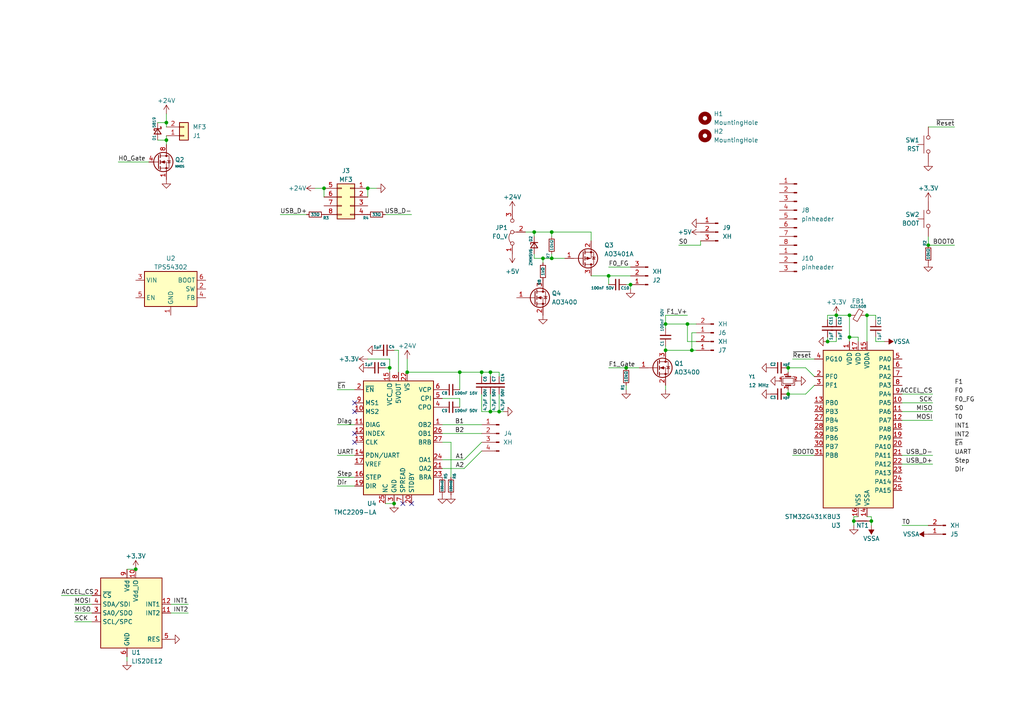
<source format=kicad_sch>
(kicad_sch (version 20230121) (generator eeschema)
  (paper "A4")
  (lib_symbols
    (symbol "Connector:Conn_01x02_Pin" (pin_names (offset 1.016) hide)
      (property "Reference" "J" (at 0 2.54 0))
      (property "Value" "Conn_01x02_Pin" (at 0 -5.08 0))
      (symbol "Conn_01x02_Pin_1_1"
        (pin passive line (at 5.08 0 180) (length 3.81) (name "Pin_1") (number "1"))
        (pin passive line (at 5.08 -2.54 180) (length 3.81) (name "Pin_2") (number "2"))
      )
    )
    (symbol "Connector:Conn_01x03_Pin" (pin_names (offset 1.016) hide)
      (property "Reference" "J" (at 0 5.08 0))
      (property "Value" "Conn_01x03_Pin" (at 0 -5.08 0))
      (symbol "Conn_01x03_Pin_1_1"
        (pin passive line (at 5.08 2.54 180) (length 3.81) (name "Pin_1") (number "1"))
        (pin passive line (at 5.08 0 180) (length 3.81) (name "Pin_2") (number "2"))
        (pin passive line (at 5.08 -2.54 180) (length 3.81) (name "Pin_3") (number "3"))
      )
    )
    (symbol "Connector:Conn_01x04_Pin" (pin_names (offset 1.016) hide)
      (property "Reference" "J" (at 0 5.08 0))
      (property "Value" "Conn_01x04_Pin" (at 0 -7.62 0))
      (symbol "Conn_01x04_Pin_1_1"
        (pin passive line (at 5.08 2.54 180) (length 3.81) (name "Pin_1") (number "1"))
        (pin passive line (at 5.08 0 180) (length 3.81) (name "Pin_2") (number "2"))
        (pin passive line (at 5.08 -2.54 180) (length 3.81) (name "Pin_3") (number "3"))
        (pin passive line (at 5.08 -5.08 180) (length 3.81) (name "Pin_4") (number "4"))
      )
    )
    (symbol "Connector:Conn_01x08_Pin" (pin_names (offset 1.016) hide)
      (property "Reference" "J" (at 0 10.16 0))
      (property "Value" "Conn_01x08_Pin" (at 0 -12.7 0))
      (symbol "Conn_01x08_Pin_1_1"
        (pin passive line (at 5.08 7.62 180) (length 3.81) (name "Pin_1") (number "1"))
        (pin passive line (at 5.08 5.08 180) (length 3.81) (name "Pin_2") (number "2"))
        (pin passive line (at 5.08 2.54 180) (length 3.81) (name "Pin_3") (number "3"))
        (pin passive line (at 5.08 0 180) (length 3.81) (name "Pin_4") (number "4"))
        (pin passive line (at 5.08 -2.54 180) (length 3.81) (name "Pin_5") (number "5"))
        (pin passive line (at 5.08 -5.08 180) (length 3.81) (name "Pin_6") (number "6"))
        (pin passive line (at 5.08 -7.62 180) (length 3.81) (name "Pin_7") (number "7"))
        (pin passive line (at 5.08 -10.16 180) (length 3.81) (name "Pin_8") (number "8"))
      )
    )
    (symbol "Connector_Generic:Conn_01x02" (pin_names (offset 1.016) hide)
      (property "Reference" "J" (at 0 2.54 0))
      (property "Value" "Conn_01x02" (at 0 -5.08 0))
      (symbol "Conn_01x02_1_1"
        (pin passive line (at -5.08 0 0) (length 3.81) (name "Pin_1") (number "1"))
        (pin passive line (at -5.08 -2.54 0) (length 3.81) (name "Pin_2") (number "2"))
      )
    )
    (symbol "Connector_Generic:Conn_02x04_Top_Bottom" (pin_names (offset 1.016) hide)
      (property "Reference" "J" (at 1.27 5.08 0))
      (property "Value" "Conn_02x04_Top_Bottom" (at 1.27 -7.62 0))
      (symbol "Conn_02x04_Top_Bottom_1_1"
        (pin passive line (at -5.08 2.54 0) (length 3.81) (name "Pin_1") (number "1"))
        (pin passive line (at -5.08 0 0) (length 3.81) (name "Pin_2") (number "2"))
        (pin passive line (at -5.08 -2.54 0) (length 3.81) (name "Pin_3") (number "3"))
        (pin passive line (at -5.08 -5.08 0) (length 3.81) (name "Pin_4") (number "4"))
        (pin passive line (at 7.62 2.54 180) (length 3.81) (name "Pin_5") (number "5"))
        (pin passive line (at 7.62 0 180) (length 3.81) (name "Pin_6") (number "6"))
        (pin passive line (at 7.62 -2.54 180) (length 3.81) (name "Pin_7") (number "7"))
        (pin passive line (at 7.62 -5.08 180) (length 3.81) (name "Pin_8") (number "8"))
      )
    )
    (symbol "Device:C_Small" (pin_numbers hide) (pin_names (offset 0.254) hide)
      (property "Reference" "C" (at 0.254 1.778 0))
      (property "Value" "C_Small" (at 0.254 -2.032 0))
      (symbol "C_Small_1_1"
        (pin passive line (at 0 2.54 270) (length 2.032) (name "~") (number "1"))
        (pin passive line (at 0 -2.54 90) (length 2.032) (name "~") (number "2"))
      )
    )
    (symbol "Device:Crystal_GND24_Small" (pin_names (offset 1.016) hide)
      (property "Reference" "Y" (at 1.27 4.445 0))
      (property "Value" "Crystal_GND24_Small" (at 1.27 2.54 0))
      (symbol "Crystal_GND24_Small_1_1"
        (pin passive line (at -2.54 0 0) (length 1.27) (name "1") (number "1"))
        (pin passive line (at 0 -2.54 90) (length 0.635) (name "2") (number "2"))
        (pin passive line (at 2.54 0 180) (length 1.27) (name "3") (number "3"))
        (pin passive line (at 0 2.54 270) (length 0.635) (name "4") (number "4"))
      )
    )
    (symbol "Device:D_Schottky_Small" (pin_numbers hide) (pin_names (offset 0.254) hide)
      (property "Reference" "D" (at -1.27 2.032 0))
      (property "Value" "D_Schottky_Small" (at -7.112 -2.032 0))
      (symbol "D_Schottky_Small_1_1"
        (pin passive line (at -2.54 0 0) (length 1.778) (name "K") (number "1"))
        (pin passive line (at 2.54 0 180) (length 1.778) (name "A") (number "2"))
      )
    )
    (symbol "Device:D_Zener_Small" (pin_numbers hide) (pin_names (offset 0.254) hide)
      (property "Reference" "D" (at 0 2.286 0))
      (property "Value" "D_Zener_Small" (at 0 -2.286 0))
      (symbol "D_Zener_Small_1_1"
        (pin passive line (at -2.54 0 0) (length 1.778) (name "K") (number "1"))
        (pin passive line (at 2.54 0 180) (length 1.778) (name "A") (number "2"))
      )
    )
    (symbol "Device:FerriteBead_Small" (pin_numbers hide) (pin_names (offset 0))
      (property "Reference" "FB" (at 1.905 1.27 0))
      (property "Value" "FerriteBead_Small" (at 1.905 -1.27 0))
      (symbol "FerriteBead_Small_1_1"
        (pin passive line (at 0 2.54 270) (length 1.27) (name "~") (number "1"))
        (pin passive line (at 0 -2.54 90) (length 1.27) (name "~") (number "2"))
      )
    )
    (symbol "Device:NetTie_2" (pin_numbers hide) (pin_names (offset 0) hide) (in_bom no)
      (property "Reference" "NT" (at 0 1.27 0))
      (property "Value" "NetTie_2" (at 0 -1.27 0))
      (symbol "NetTie_2_1_1"
        (pin passive line (at -2.54 0 0) (length 2.54) (name "1") (number "1"))
        (pin passive line (at 2.54 0 180) (length 2.54) (name "2") (number "2"))
      )
    )
    (symbol "Device:Q_NMOS_GSD" (pin_names (offset 0) hide)
      (property "Reference" "Q" (at 5.08 1.27 0))
      (property "Value" "Q_NMOS_GSD" (at 5.08 -1.27 0))
      (symbol "Q_NMOS_GSD_1_1"
        (pin input line (at -5.08 0 0) (length 2.54) (name "G") (number "1"))
        (pin passive line (at 2.54 -5.08 90) (length 2.54) (name "S") (number "2"))
        (pin passive line (at 2.54 5.08 270) (length 2.54) (name "D") (number "3"))
      )
    )
    (symbol "Device:R_Small" (pin_numbers hide) (pin_names (offset 0.254) hide)
      (property "Reference" "R" (at 0.762 0.508 0))
      (property "Value" "R_Small" (at 0.762 -1.016 0))
      (symbol "R_Small_1_1"
        (pin passive line (at 0 2.54 270) (length 0.762) (name "~") (number "1"))
        (pin passive line (at 0 -2.54 90) (length 0.762) (name "~") (number "2"))
      )
    )
    (symbol "Jumper:Jumper_3_Bridged12" (pin_names (offset 0) hide)
      (property "Reference" "JP" (at -2.54 -2.54 0))
      (property "Value" "Jumper_3_Bridged12" (at 0 2.794 0))
      (symbol "Jumper_3_Bridged12_1_1"
        (pin passive line (at -6.35 0 0) (length 2.54) (name "A") (number "1"))
        (pin passive line (at 0 -3.81 90) (length 2.54) (name "C") (number "2"))
        (pin passive line (at 6.35 0 180) (length 2.54) (name "B") (number "3"))
      )
    )
    (symbol "MCU_ST_STM32G4:STM32G431KBUx"
      (property "Reference" "U" (at -10.16 24.13 0))
      (property "Value" "STM32G431KBUx" (at 5.08 24.13 0))
      (symbol "STM32G431KBUx_1_1"
        (pin power_in line (at -2.54 25.4 270) (length 2.54) (name "VDD") (number "1"))
        (pin bidirectional line (at 12.7 7.62 180) (length 2.54) (name "PA5") (number "10"))
        (pin bidirectional line (at 12.7 5.08 180) (length 2.54) (name "PA6") (number "11"))
        (pin bidirectional line (at 12.7 2.54 180) (length 2.54) (name "PA7") (number "12"))
        (pin bidirectional line (at -12.7 7.62 0) (length 2.54) (name "PB0") (number "13"))
        (pin power_in line (at 2.54 -25.4 90) (length 2.54) (name "VSSA") (number "14"))
        (pin power_in line (at 2.54 25.4 270) (length 2.54) (name "VDDA") (number "15"))
        (pin power_in line (at 0 -25.4 90) (length 2.54) (name "VSS") (number "16"))
        (pin power_in line (at 0 25.4 270) (length 2.54) (name "VDD") (number "17"))
        (pin bidirectional line (at 12.7 0 180) (length 2.54) (name "PA8") (number "18"))
        (pin bidirectional line (at 12.7 -2.54 180) (length 2.54) (name "PA9") (number "19"))
        (pin bidirectional line (at -12.7 15.24 0) (length 2.54) (name "PF0") (number "2"))
        (pin bidirectional line (at 12.7 -5.08 180) (length 2.54) (name "PA10") (number "20"))
        (pin bidirectional line (at 12.7 -7.62 180) (length 2.54) (name "PA11") (number "21"))
        (pin bidirectional line (at 12.7 -10.16 180) (length 2.54) (name "PA12") (number "22"))
        (pin bidirectional line (at 12.7 -12.7 180) (length 2.54) (name "PA13") (number "23"))
        (pin bidirectional line (at 12.7 -15.24 180) (length 2.54) (name "PA14") (number "24"))
        (pin bidirectional line (at 12.7 -17.78 180) (length 2.54) (name "PA15") (number "25"))
        (pin bidirectional line (at -12.7 5.08 0) (length 2.54) (name "PB3") (number "26"))
        (pin bidirectional line (at -12.7 2.54 0) (length 2.54) (name "PB4") (number "27"))
        (pin bidirectional line (at -12.7 0 0) (length 2.54) (name "PB5") (number "28"))
        (pin bidirectional line (at -12.7 -2.54 0) (length 2.54) (name "PB6") (number "29"))
        (pin bidirectional line (at -12.7 12.7 0) (length 2.54) (name "PF1") (number "3"))
        (pin bidirectional line (at -12.7 -5.08 0) (length 2.54) (name "PB7") (number "30"))
        (pin bidirectional line (at -12.7 -7.62 0) (length 2.54) (name "PB8") (number "31"))
        (pin passive line (at 0 -25.4 90) (length 2.54) hide (name "VSS") (number "32"))
        (pin passive line (at 0 -25.4 90) (length 2.54) hide (name "VSS") (number "33"))
        (pin bidirectional line (at -12.7 20.32 0) (length 2.54) (name "PG10") (number "4"))
        (pin bidirectional line (at 12.7 20.32 180) (length 2.54) (name "PA0") (number "5"))
        (pin bidirectional line (at 12.7 17.78 180) (length 2.54) (name "PA1") (number "6"))
        (pin bidirectional line (at 12.7 15.24 180) (length 2.54) (name "PA2") (number "7"))
        (pin bidirectional line (at 12.7 12.7 180) (length 2.54) (name "PA3") (number "8"))
        (pin bidirectional line (at 12.7 10.16 180) (length 2.54) (name "PA4") (number "9"))
      )
    )
    (symbol "Mechanical:MountingHole" (pin_names (offset 1.016))
      (property "Reference" "H" (at 0 5.08 0))
      (property "Value" "MountingHole" (at 0 3.175 0))
    )
    (symbol "Regulator_Switching:TPS54302"
      (property "Reference" "U" (at -7.62 6.35 0))
      (property "Value" "TPS54302" (at 0 6.35 0))
      (symbol "TPS54302_1_1"
        (pin power_in line (at 0 -7.62 90) (length 2.54) (name "GND") (number "1"))
        (pin power_out line (at 10.16 0 180) (length 2.54) (name "SW") (number "2"))
        (pin power_in line (at -10.16 2.54 0) (length 2.54) (name "VIN") (number "3"))
        (pin input line (at 10.16 -2.54 180) (length 2.54) (name "FB") (number "4"))
        (pin input line (at -10.16 -2.54 0) (length 2.54) (name "EN") (number "5"))
        (pin passive line (at 10.16 2.54 180) (length 2.54) (name "BOOT") (number "6"))
      )
    )
    (symbol "Sensor_Motion:LIS2DE12"
      (property "Reference" "U" (at -5.08 11.43 0))
      (property "Value" "LIS2DE12" (at 3.81 11.43 0))
      (symbol "LIS2DE12_1_1"
        (pin input line (at -10.16 -2.54 0) (length 2.54) (name "SCL/SPC") (number "1"))
        (pin power_in line (at 2.54 12.7 270) (length 2.54) (name "Vdd_IO") (number "10"))
        (pin output line (at 12.7 0 180) (length 2.54) (name "INT2") (number "11"))
        (pin output line (at 12.7 2.54 180) (length 2.54) (name "INT1") (number "12"))
        (pin input line (at -10.16 5.08 0) (length 2.54) (name "~{CS}") (number "2"))
        (pin bidirectional line (at -10.16 0 0) (length 2.54) (name "SA0/SDO") (number "3"))
        (pin bidirectional line (at -10.16 2.54 0) (length 2.54) (name "SDA/SDI") (number "4"))
        (pin passive line (at 12.7 -7.62 180) (length 2.54) (name "RES") (number "5"))
        (pin power_in line (at 0 -12.7 90) (length 2.54) (name "GND") (number "6"))
        (pin passive line (at 0 -12.7 90) (length 2.54) hide (name "GND") (number "7"))
        (pin passive line (at 0 -12.7 90) (length 2.54) hide (name "GND") (number "8"))
        (pin power_in line (at 0 12.7 270) (length 2.54) (name "Vdd") (number "9"))
      )
    )
    (symbol "Switch:SW_Push" (pin_numbers hide) (pin_names (offset 1.016) hide)
      (property "Reference" "SW" (at 1.27 2.54 0))
      (property "Value" "SW_Push" (at 0 -1.524 0))
      (symbol "SW_Push_0_1"
        (pin passive line (at -5.08 0 0) (length 2.54) (name "1") (number "1"))
        (pin passive line (at 5.08 0 180) (length 2.54) (name "2") (number "2"))
      )
    )
    (symbol "Transistor_FET:AO3401A" (pin_names hide)
      (property "Reference" "Q" (at 5.08 1.905 0))
      (property "Value" "AO3401A" (at 5.08 0 0))
      (symbol "AO3401A_1_1"
        (pin input line (at -5.08 0 0) (length 2.54) (name "G") (number "1"))
        (pin passive line (at 2.54 -5.08 90) (length 2.54) (name "S") (number "2"))
        (pin passive line (at 2.54 5.08 270) (length 2.54) (name "D") (number "3"))
      )
    )
    (symbol "corevus:NMOS_DFN8" (pin_names hide)
      (property "Reference" "Q" (at 3.81 0 0))
      (property "Value" "NMOS" (at 3.81 -1.27 0))
      (symbol "NMOS_DFN8_1_1"
        (pin unspecified line (at 1.27 -5.08 90) (length 2.54) (name "S") (number "1"))
        (pin unspecified line (at 1.27 -5.08 90) (length 2.54) hide (name "S") (number "2"))
        (pin unspecified line (at 1.27 -5.08 90) (length 2.54) hide (name "S") (number "3"))
        (pin unspecified line (at -3.81 0 0) (length 1.27) (name "G") (number "4"))
        (pin unspecified line (at 1.27 5.08 270) (length 2.54) hide (name "D") (number "5"))
        (pin unspecified line (at 1.27 5.08 270) (length 2.54) hide (name "D") (number "6"))
        (pin unspecified line (at 1.27 5.08 270) (length 2.54) hide (name "D") (number "7"))
        (pin unspecified line (at 1.27 5.08 270) (length 2.54) (name "D") (number "8"))
      )
    )
    (symbol "corevus:TMC2209-LA"
      (property "Reference" "U" (at -10.16 22.86 0))
      (property "Value" "TMC2209-LA" (at 6.35 -30.48 0))
      (symbol "TMC2209-LA_0_0"
        (pin power_out line (at 12.7 3.81 180) (length 2.54) (name "OB2") (number "1"))
        (pin input line (at -12.7 7.62 0) (length 2.54) (name "MS2") (number "10"))
        (pin power_in line (at 12.7 -8.89 180) (length 2.54) (name "OA2") (number "21"))
        (pin power_in line (at 2.54 19.05 270) (length 2.54) (name "VS") (number "22"))
        (pin power_in line (at 12.7 -11.43 180) (length 2.54) (name "BRA") (number "23"))
        (pin power_in line (at 12.7 -6.35 180) (length 2.54) (name "OA1") (number "24"))
        (pin power_in line (at 12.7 1.27 180) (length 2.54) (name "OB1") (number "26"))
        (pin power_in line (at 12.7 -1.27 180) (length 2.54) (name "BRB") (number "27"))
        (pin power_out line (at 12.7 8.89 180) (length 2.54) (name "CPO") (number "4"))
        (pin power_in line (at 12.7 11.43 180) (length 2.54) (name "CPI") (number "5"))
        (pin power_in line (at 12.7 13.97 180) (length 2.54) (name "VCP") (number "6"))
        (pin input line (at -12.7 10.16 0) (length 2.54) (name "MS1") (number "9"))
      )
      (symbol "TMC2209-LA_1_0"
        (pin output line (at -12.7 3.81 0) (length 2.54) (name "DIAG") (number "11"))
        (pin output line (at -12.7 1.27 0) (length 2.54) (name "INDEX") (number "12"))
        (pin input line (at -12.7 -1.27 0) (length 2.54) (name "CLK") (number "13"))
        (pin bidirectional line (at -12.7 -5.08 0) (length 2.54) (name "PDN/UART") (number "14"))
        (pin input line (at -2.54 19.05 270) (length 2.54) (name "VCC_IO") (number "15"))
        (pin input line (at -12.7 -11.43 0) (length 2.54) (name "STEP") (number "16"))
        (pin input line (at -12.7 -7.62 0) (length 2.54) (name "VREF") (number "17"))
        (pin power_in line (at -1.27 -19.05 90) (length 2.54) hide (name "Gnd") (number "18"))
        (pin input line (at -12.7 -13.97 0) (length 2.54) (name "DIR") (number "19"))
        (pin input line (at -12.7 13.97 0) (length 2.54) (name "~{EN}") (number "2"))
        (pin passive line (at 3.81 -19.05 90) (length 2.54) (name "STDBY") (number "20"))
        (pin passive line (at -3.81 -19.05 90) (length 2.54) (name "NC") (number "25"))
        (pin unspecified line (at 2.54 19.05 270) (length 2.54) hide (name "VS") (number "28"))
        (pin unspecified line (at -1.27 -19.05 90) (length 2.54) hide (name "Pad") (number "29"))
        (pin power_in line (at -1.27 -19.05 90) (length 2.54) (name "GND") (number "3"))
        (pin passive line (at 1.27 -19.05 90) (length 2.54) (name "SPREAD") (number "7"))
        (pin power_out line (at 0 19.05 270) (length 2.54) (name "5VOUT") (number "8"))
      )
    )
    (symbol "power:+24V" (power) (pin_names (offset 0))
      (property "Value" "+24V" (at 0 3.556 0))
      (symbol "+24V_1_1"
        (pin power_in line (at 0 0 90) (length 0) hide (name "+24V") (number "1"))
      )
    )
    (symbol "power:+3.3V" (power) (pin_names (offset 0))
      (property "Value" "+3.3V" (at 0 3.556 0))
      (symbol "+3.3V_1_1"
        (pin power_in line (at 0 0 90) (length 0) hide (name "+3.3V") (number "1"))
      )
    )
    (symbol "power:+5V" (power) (pin_names (offset 0))
      (property "Value" "+5V" (at 0 3.556 0))
      (symbol "+5V_1_1"
        (pin power_in line (at 0 0 90) (length 0) hide (name "+5V") (number "1"))
      )
    )
    (symbol "power:GND" (power) (pin_names (offset 0))
      (property "Value" "GND" (at 0 -3.81 0))
      (symbol "GND_1_1"
        (pin power_in line (at 0 0 270) (length 0) hide (name "GND") (number "1"))
      )
    )
    (symbol "power:VSSA" (power) (pin_names (offset 0))
      (property "Value" "VSSA" (at 0 3.81 0))
      (symbol "VSSA_1_1"
        (pin power_in line (at 0 0 90) (length 0) hide (name "VSSA") (number "1"))
      )
    )
  )
  (junction (at 118.11 107.95))
  (junction (at 106.68 54.61))
  (junction (at 144.78 119.38))
  (junction (at 193.04 93.98))
  (junction (at 181.61 106.68))
  (junction (at 114.3 146.05))
  (junction (at 251.46 91.44))
  (junction (at 199.39 93.98))
  (junction (at 113.03 106.68))
  (junction (at 247.65 151.13))
  (junction (at 182.88 82.55))
  (junction (at 142.24 107.95))
  (junction (at 200.66 101.6))
  (junction (at 193.04 101.6))
  (junction (at 133.35 107.95))
  (junction (at 228.6 106.68))
  (junction (at 246.38 91.44))
  (junction (at 142.24 119.38))
  (junction (at 252.73 151.13))
  (junction (at 246.38 97.79))
  (junction (at 160.02 74.93))
  (junction (at 176.53 80.01))
  (junction (at 48.26 40.64))
  (junction (at 269.24 71.12))
  (junction (at 228.6 114.3))
  (junction (at 154.94 67.31))
  (junction (at 160.02 67.31))
  (junction (at 93.98 54.61))
  (junction (at 139.7 107.95))
  (junction (at 39.37 165.1))
  (junction (at 240.03 99.06))
  (junction (at 242.57 91.44))
  (junction (at 48.26 35.56))
  (junction (at 157.48 74.93))
  (no_connect (at 119.38 146.05))
  (no_connect (at 102.87 128.27))
  (no_connect (at 116.84 146.05))
  (no_connect (at 102.87 119.38))
  (no_connect (at 102.87 116.84))
  (no_connect (at 102.87 125.73))
  (wire (pts (xy 242.57 97.79) (xy 242.57 99.06)))
  (wire (pts (xy 142.24 114.3) (xy 142.24 119.38)))
  (wire (pts (xy 154.94 74.93) (xy 157.48 74.93)))
  (wire (pts (xy 134.62 133.35) (xy 128.27 133.35)))
  (wire (pts (xy 240.03 99.06) (xy 242.57 99.06)))
  (wire (pts (xy 45.72 35.56) (xy 48.26 35.56)))
  (wire (pts (xy 118.11 107.95) (xy 133.35 107.95)))
  (wire (pts (xy 247.65 151.13) (xy 247.65 149.86)))
  (wire (pts (xy 176.53 80.01) (xy 182.88 80.01)))
  (wire (pts (xy 48.26 40.64) (xy 48.26 39.37)))
  (wire (pts (xy 269.24 36.83) (xy 276.86 36.83)))
  (wire (pts (xy 36.83 191.77) (xy 36.83 190.5)))
  (wire (pts (xy 193.04 101.6) (xy 200.66 101.6)))
  (wire (pts (xy 254 99.06) (xy 256.54 99.06)))
  (wire (pts (xy 118.11 104.14) (xy 118.11 107.95)))
  (wire (pts (xy 247.65 149.86) (xy 248.92 149.86)))
  (wire (pts (xy 93.98 54.61) (xy 91.44 54.61)))
  (wire (pts (xy 48.26 33.02) (xy 48.26 35.56)))
  (wire (pts (xy 154.94 67.31) (xy 154.94 68.58)))
  (wire (pts (xy 270.51 121.92) (xy 261.62 121.92)))
  (wire (pts (xy 142.24 107.95) (xy 142.24 109.22)))
  (wire (pts (xy 54.61 177.8) (xy 49.53 177.8)))
  (wire (pts (xy 246.38 97.79) (xy 246.38 99.06)))
  (wire (pts (xy 97.79 123.19) (xy 102.87 123.19)))
  (wire (pts (xy 171.45 67.31) (xy 171.45 69.85)))
  (wire (pts (xy 242.57 91.44) (xy 242.57 92.71)))
  (wire (pts (xy 81.28 62.23) (xy 88.9 62.23)))
  (wire (pts (xy 144.78 114.3) (xy 144.78 119.38)))
  (wire (pts (xy 119.38 62.23) (xy 111.76 62.23)))
  (wire (pts (xy 233.68 106.68) (xy 236.22 109.22)))
  (wire (pts (xy 229.87 104.14) (xy 236.22 104.14)))
  (wire (pts (xy 133.35 107.95) (xy 133.35 113.03)))
  (wire (pts (xy 133.35 115.57) (xy 133.35 118.11)))
  (wire (pts (xy 246.38 97.79) (xy 248.92 97.79)))
  (wire (pts (xy 97.79 140.97) (xy 102.87 140.97)))
  (wire (pts (xy 45.72 40.64) (xy 48.26 40.64)))
  (wire (pts (xy 196.85 71.12) (xy 203.2 71.12)))
  (wire (pts (xy 113.03 106.68) (xy 113.03 107.95)))
  (wire (pts (xy 97.79 132.08) (xy 102.87 132.08)))
  (wire (pts (xy 269.24 71.12) (xy 269.24 68.58)))
  (wire (pts (xy 21.59 180.34) (xy 26.67 180.34)))
  (wire (pts (xy 171.45 80.01) (xy 176.53 80.01)))
  (wire (pts (xy 228.6 106.68) (xy 228.6 107.95)))
  (wire (pts (xy 48.26 35.56) (xy 48.26 36.83)))
  (wire (pts (xy 154.94 67.31) (xy 160.02 67.31)))
  (wire (pts (xy 251.46 149.86) (xy 252.73 149.86)))
  (wire (pts (xy 261.62 152.4) (xy 269.24 152.4)))
  (wire (pts (xy 142.24 119.38) (xy 139.7 119.38)))
  (wire (pts (xy 182.88 83.82) (xy 182.88 82.55)))
  (wire (pts (xy 142.24 107.95) (xy 144.78 107.95)))
  (wire (pts (xy 193.04 93.98) (xy 193.04 91.44)))
  (wire (pts (xy 139.7 114.3) (xy 139.7 119.38)))
  (wire (pts (xy 160.02 67.31) (xy 171.45 67.31)))
  (wire (pts (xy 251.46 91.44) (xy 251.46 99.06)))
  (wire (pts (xy 152.4 67.31) (xy 154.94 67.31)))
  (wire (pts (xy 134.62 135.89) (xy 139.7 130.81)))
  (wire (pts (xy 247.65 152.4) (xy 247.65 151.13)))
  (wire (pts (xy 252.73 152.4) (xy 252.73 151.13)))
  (wire (pts (xy 246.38 91.44) (xy 246.38 97.79)))
  (wire (pts (xy 251.46 91.44) (xy 254 91.44)))
  (wire (pts (xy 157.48 76.2) (xy 157.48 74.93)))
  (wire (pts (xy 193.04 113.03) (xy 193.04 111.76)))
  (wire (pts (xy 242.57 91.44) (xy 246.38 91.44)))
  (wire (pts (xy 160.02 67.31) (xy 160.02 68.58)))
  (wire (pts (xy 181.61 113.03) (xy 181.61 111.76)))
  (wire (pts (xy 193.04 93.98) (xy 199.39 93.98)))
  (wire (pts (xy 128.27 115.57) (xy 133.35 115.57)))
  (wire (pts (xy 181.61 106.68) (xy 185.42 106.68)))
  (wire (pts (xy 254 91.44) (xy 254 92.71)))
  (wire (pts (xy 270.51 114.3) (xy 261.62 114.3)))
  (wire (pts (xy 254 97.79) (xy 254 99.06)))
  (wire (pts (xy 111.76 106.68) (xy 113.03 106.68)))
  (wire (pts (xy 21.59 177.8) (xy 26.67 177.8)))
  (wire (pts (xy 270.51 134.62) (xy 261.62 134.62)))
  (wire (pts (xy 154.94 73.66) (xy 154.94 74.93)))
  (wire (pts (xy 193.04 100.33) (xy 193.04 101.6)))
  (wire (pts (xy 157.48 74.93) (xy 160.02 74.93)))
  (wire (pts (xy 160.02 74.93) (xy 163.83 74.93)))
  (wire (pts (xy 111.76 146.05) (xy 114.3 146.05)))
  (wire (pts (xy 17.78 172.72) (xy 26.67 172.72)))
  (wire (pts (xy 160.02 73.66) (xy 160.02 74.93)))
  (wire (pts (xy 176.53 106.68) (xy 181.61 106.68)))
  (wire (pts (xy 97.79 113.03) (xy 102.87 113.03)))
  (wire (pts (xy 270.51 116.84) (xy 261.62 116.84)))
  (wire (pts (xy 199.39 99.06) (xy 201.93 99.06)))
  (wire (pts (xy 128.27 125.73) (xy 139.7 125.73)))
  (wire (pts (xy 252.73 149.86) (xy 252.73 151.13)))
  (wire (pts (xy 21.59 175.26) (xy 26.67 175.26)))
  (wire (pts (xy 48.26 41.91) (xy 48.26 40.64)))
  (wire (pts (xy 115.57 101.6) (xy 115.57 107.95)))
  (wire (pts (xy 54.61 175.26) (xy 49.53 175.26)))
  (wire (pts (xy 36.83 165.1) (xy 39.37 165.1)))
  (wire (pts (xy 270.51 119.38) (xy 261.62 119.38)))
  (wire (pts (xy 133.35 107.95) (xy 139.7 107.95)))
  (wire (pts (xy 276.86 71.12) (xy 269.24 71.12)))
  (wire (pts (xy 200.66 101.6) (xy 201.93 101.6)))
  (wire (pts (xy 97.79 138.43) (xy 102.87 138.43)))
  (wire (pts (xy 139.7 107.95) (xy 142.24 107.95)))
  (wire (pts (xy 176.53 77.47) (xy 182.88 77.47)))
  (wire (pts (xy 199.39 93.98) (xy 199.39 99.06)))
  (wire (pts (xy 134.62 133.35) (xy 139.7 128.27)))
  (wire (pts (xy 34.29 46.99) (xy 43.18 46.99)))
  (wire (pts (xy 270.51 132.08) (xy 261.62 132.08)))
  (wire (pts (xy 144.78 107.95) (xy 144.78 109.22)))
  (wire (pts (xy 203.2 71.12) (xy 203.2 69.85)))
  (wire (pts (xy 114.3 101.6) (xy 115.57 101.6)))
  (wire (pts (xy 106.68 54.61) (xy 106.68 57.15)))
  (wire (pts (xy 228.6 106.68) (xy 233.68 106.68)))
  (wire (pts (xy 139.7 107.95) (xy 139.7 109.22)))
  (wire (pts (xy 200.66 96.52) (xy 200.66 101.6)))
  (wire (pts (xy 199.39 93.98) (xy 201.93 93.98)))
  (wire (pts (xy 128.27 123.19) (xy 139.7 123.19)))
  (wire (pts (xy 93.98 54.61) (xy 93.98 57.15)))
  (wire (pts (xy 128.27 128.27) (xy 130.81 128.27)))
  (wire (pts (xy 240.03 97.79) (xy 240.03 99.06)))
  (wire (pts (xy 144.78 119.38) (xy 142.24 119.38)))
  (wire (pts (xy 176.53 82.55) (xy 176.53 80.01)))
  (wire (pts (xy 233.68 114.3) (xy 236.22 111.76)))
  (wire (pts (xy 240.03 91.44) (xy 240.03 92.71)))
  (wire (pts (xy 200.66 96.52) (xy 201.93 96.52)))
  (wire (pts (xy 193.04 93.98) (xy 193.04 95.25)))
  (wire (pts (xy 134.62 135.89) (xy 128.27 135.89)))
  (wire (pts (xy 106.68 104.14) (xy 113.03 104.14)))
  (wire (pts (xy 130.81 128.27) (xy 130.81 138.43)))
  (wire (pts (xy 199.39 91.44) (xy 193.04 91.44)))
  (wire (pts (xy 228.6 113.03) (xy 228.6 114.3)))
  (wire (pts (xy 240.03 91.44) (xy 242.57 91.44)))
  (wire (pts (xy 146.05 119.38) (xy 144.78 119.38)))
  (wire (pts (xy 229.87 132.08) (xy 236.22 132.08)))
  (wire (pts (xy 181.61 82.55) (xy 182.88 82.55)))
  (wire (pts (xy 109.22 54.61) (xy 106.68 54.61)))
  (wire (pts (xy 228.6 114.3) (xy 233.68 114.3)))
  (wire (pts (xy 113.03 104.14) (xy 113.03 106.68)))
  (wire (pts (xy 248.92 97.79) (xy 248.92 99.06)))
  (label "H0_Gate" (at 34.29 46.99 0))
  (label "A1" (at 134.62 133.35 180))
  (label "B2" (at 134.62 125.73 180))
  (label "~{Reset}" (at 229.87 104.14 0))
  (label "MOSI" (at 21.59 175.26 0))
  (label "UART" (at 97.79 132.08 0))
  (label "USB_D+" (at 81.28 62.23 0))
  (label "ACCEL_CS" (at 270.51 114.3 180))
  (label "ACCEL_CS" (at 17.78 172.72 0))
  (label "Step" (at 97.79 138.43 0))
  (label "B1" (at 134.62 123.19 180))
  (label "F1_Gate" (at 176.53 106.68 0))
  (label "BOOT0" (at 229.87 132.08 0))
  (label "USB_D-" (at 119.38 62.23 180))
  (label "USB_D-" (at 270.51 132.08 180))
  (label "F0" (at 276.86 114.3 0))
  (label "~{En}" (at 97.79 113.03 0))
  (label "MISO" (at 270.51 119.38 180))
  (label "SCK" (at 270.51 116.84 180))
  (label "Dir" (at 97.79 140.97 0))
  (label "F1_V+" (at 199.39 91.44 180))
  (label "~{En}" (at 276.86 129.54 0))
  (label "USB_D+" (at 270.51 134.62 180))
  (label "Diag" (at 97.79 123.19 0))
  (label "~{Reset}" (at 276.86 36.83 180))
  (label "Dir" (at 276.86 137.16 0))
  (label "S0" (at 196.85 71.12 0))
  (label "INT1" (at 54.61 175.26 180))
  (label "SCK" (at 21.59 180.34 0))
  (label "BOOT0" (at 276.86 71.12 180))
  (label "T0" (at 276.86 121.92 0))
  (label "F1" (at 276.86 111.76 0))
  (label "S0" (at 276.86 119.38 0))
  (label "T0" (at 261.62 152.4 0))
  (label "INT1" (at 276.86 124.46 0))
  (label "INT2" (at 276.86 127 0))
  (label "F0_FG" (at 176.53 77.47 0))
  (label "MISO" (at 21.59 177.8 0))
  (label "F0_FG" (at 276.86 116.84 0))
  (label "A2" (at 134.62 135.89 180))
  (label "Step" (at 276.86 134.62 0))
  (label "UART" (at 276.86 132.08 0))
  (label "INT2" (at 54.61 177.8 180))
  (label "MOSI" (at 270.51 121.92 180))
  (symbol (lib_id "power:GND") (at 193.04 113.03 0) (unit 1)
    (property "Reference" "#PWR06" (effects hide))
    (property "Value" "GND" (effects hide))
  )
  (symbol (lib_id "Sensor_Motion:LIS2DE12") (at 36.83 177.8 0) (unit 1)
    (property "Reference" "U1" (at 38.1 189.23 0) (effects (justify left)))
    (property "Value" "LIS2DE12" (at 38.1 191.77 0) (effects (justify left)))
    (property "Footprint" "Package_LGA:LGA-12_2x2mm_P0.5mm" (effects hide))
    (property "Datasheet" "https://www.st.com/resource/en/datasheet/lis2DE12.pdf" (effects hide))
  )
  (symbol (lib_id "Connector:Conn_01x03_Pin") (at 187.96 80.01 180) (unit 1)
    (property "Reference" "J2" (at 189.23 81.28 0) (effects (justify right)))
    (property "Value" "XH" (at 189.23 78.74 0) (effects (justify right)))
    (property "Footprint" "corevus:JST_XH_1x03" (effects hide))
  )
  (symbol (lib_id "power:+24V") (at 118.11 104.14 0) (unit 1)
    (property "Reference" "#PWR023" (effects hide))
    (property "Value" "+24V" (at 118.11 100.33 0))
  )
  (symbol (lib_id "power:GND") (at 182.88 83.82 0) (mirror y) (unit 1)
    (property "Reference" "#PWR09" (effects hide))
    (property "Value" "GND" (effects hide))
  )
  (symbol (lib_id "Connector_Generic:Conn_01x02") (at 53.34 39.37 0) (mirror x) (unit 1)
    (property "Reference" "J1" (at 55.88 39.37 0) (effects (justify left)))
    (property "Value" "MF3" (at 55.88 36.83 0) (effects (justify left)))
    (property "Footprint" "corevus:Molex_Micro-Fit-3.0_436500215" (effects hide))
  )
  (symbol (lib_id "Device:C_Small") (at 130.81 113.03 90) (unit 1)
    (property "Reference" "C8" (at 129.81 114.03 90) (effects (font (size 0.8 0.8)) (justify left)))
    (property "Value" "100nF 16V" (at 131.81 114.03 90) (effects (font (size 0.8 0.8)) (justify right)))
    (property "Footprint" "AlphaLib:0402C" (effects hide))
    (property "LCSC" "C1525" (effects hide))
  )
  (symbol (lib_id "power:GND") (at 48.26 52.07 0) (unit 1)
    (property "Reference" "#PWR04" (effects hide))
    (property "Value" "GND" (effects hide))
  )
  (symbol (lib_id "Device:NetTie_2") (at 250.19 151.13 0) (unit 1) (in_bom no)
    (property "Reference" "NT1" (at 250.19 152.4 0))
    (property "Value" "NetTie_2" (effects hide))
    (property "Footprint" "corevus:NetTie-2_SMD_Pad0.1mm" (effects hide))
  )
  (symbol (lib_id "power:GND") (at 181.61 113.03 0) (mirror y) (unit 1)
    (property "Reference" "#PWR05" (effects hide))
    (property "Value" "GND" (effects hide))
  )
  (symbol (lib_id "power:+3.3V") (at 106.68 104.14 90) (unit 1)
    (property "Reference" "#PWR027" (effects hide))
    (property "Value" "+3.3V" (at 104.14 104.14 90) (effects (justify left)))
  )
  (symbol (lib_id "Device:C_Small") (at 254 95.25 0) (mirror y) (unit 1)
    (property "Reference" "C13" (at 255 94.25 90) (effects (font (size 0.8 0.8)) (justify left)))
    (property "Value" "1µF" (at 255 96.25 90) (effects (font (size 0.8 0.8)) (justify right)))
    (property "Footprint" "AlphaLib:0402C" (effects hide))
  )
  (symbol (lib_id "power:GND") (at 146.05 119.38 90) (mirror x) (unit 1)
    (property "Reference" "#PWR024" (effects hide))
    (property "Value" "GND" (effects hide))
  )
  (symbol (lib_id "power:+3.3V") (at 269.24 58.42 0) (mirror y) (unit 1)
    (property "Reference" "#PWR019" (effects hide))
    (property "Value" "+3.3V" (at 269.24 54.61 0))
  )
  (symbol (lib_id "Device:R_Small") (at 269.24 73.66 180) (unit 1)
    (property "Reference" "R2" (at 268.24 71.39 90) (effects (font (size 0.8 0.8)) (justify right)))
    (property "Value" "10kΩ" (at 269.24 73.66 90) (effects (font (size 0.8 0.8))))
    (property "Footprint" "AlphaLib:0402R" (effects hide))
  )
  (symbol (lib_id "Device:C_Small") (at 109.22 106.68 270) (unit 1)
    (property "Reference" "C5" (at 110.22 105.68 90) (effects (font (size 0.8 0.8)) (justify left)))
    (property "Value" "1µF" (at 108.22 105.68 90) (effects (font (size 0.8 0.8)) (justify right)))
    (property "Footprint" "AlphaLib:0402C" (effects hide))
  )
  (symbol (lib_id "Device:C_Small") (at 226.06 114.3 90) (unit 1)
    (property "Reference" "C3" (at 225.06 115.3 90) (effects (font (size 0.8 0.8)) (justify left)))
    (property "Value" "xpF" (at 227.06 115.3 90) (effects (font (size 0.8 0.8)) (justify right)))
    (property "Footprint" "AlphaLib:0402C" (effects hide))
  )
  (symbol (lib_id "power:GND") (at 109.22 54.61 90) (unit 1)
    (property "Reference" "#PWR02" (effects hide))
    (property "Value" "GND" (effects hide))
  )
  (symbol (lib_id "Connector:Conn_01x08_Pin") (at 231.14 60.96 0) (mirror y) (unit 1)
    (property "Reference" "J8" (at 232.41 60.96 0) (effects (justify right)))
    (property "Value" "pinheader" (at 232.41 63.5 0) (effects (justify right)))
    (property "Footprint" "corevus:PinHeader_1x08_P2.54mm_Vertical" (effects hide))
  )
  (symbol (lib_id "power:GND") (at 109.22 101.6 270) (unit 1)
    (property "Reference" "#PWR025" (effects hide))
    (property "Value" "GND" (effects hide))
  )
  (symbol (lib_id "power:VSSA") (at 269.24 154.94 90) (unit 1)
    (property "Reference" "#PWR011" (effects hide))
    (property "Value" "VSSA" (at 266.7 154.94 90) (effects (justify left)))
  )
  (symbol (lib_id "Device:Q_NMOS_GSD") (at 154.94 86.36 0) (unit 1)
    (property "Reference" "Q4" (at 160.02 85.09 0) (effects (justify left)))
    (property "Value" "AO3400" (at 160.02 87.63 0) (effects (justify left)))
    (property "Footprint" "Package_TO_SOT_SMD:SOT-23" (effects hide))
  )
  (symbol (lib_id "power:VSSA") (at 256.54 99.06 270) (unit 1)
    (property "Reference" "#PWR035" (effects hide))
    (property "Value" "VSSA" (at 259.08 99.06 90) (effects (justify left)))
  )
  (symbol (lib_id "power:+5V") (at 203.2 67.31 90) (unit 1)
    (property "Reference" "#PWR07" (effects hide))
    (property "Value" "+5V" (at 200.66 67.31 90) (effects (justify left)))
  )
  (symbol (lib_id "Mechanical:MountingHole") (at 204.47 34.29 0) (unit 1)
    (property "Reference" "H1" (at 207.01 33.02 0) (effects (justify left)))
    (property "Value" "MountingHole" (at 207.01 35.56 0) (effects (justify left)))
    (property "Footprint" "MountingHole:MountingHole_3.2mm_M3" (effects hide))
  )
  (symbol (lib_id "Connector:Conn_01x03_Pin") (at 208.28 67.31 0) (mirror y) (unit 1)
    (property "Reference" "J9" (at 209.55 66.04 0) (effects (justify right)))
    (property "Value" "XH" (at 209.55 68.58 0) (effects (justify right)))
    (property "Footprint" "corevus:JST_XH_1x03" (effects hide))
  )
  (symbol (lib_id "Switch:SW_Push") (at 269.24 41.91 90) (unit 1)
    (property "Reference" "SW1" (at 266.7 40.64 90) (effects (justify left)))
    (property "Value" "RST" (at 266.7 43.18 90) (effects (justify left)))
    (property "Footprint" "corevus:ShouHan_TS3315A" (effects hide))
  )
  (symbol (lib_id "Device:C_Small") (at 144.78 111.76 0) (mirror y) (unit 1)
    (property "Reference" "C14" (at 145.78 110.76 90) (effects (font (size 0.8 0.8)) (justify left)))
    (property "Value" "4.7µF 50V" (at 145.78 112.76 90) (effects (font (size 0.8 0.8)) (justify right)))
    (property "Footprint" "Capacitor_SMD:C_1206_3216Metric" (effects hide))
  )
  (symbol (lib_id "Jumper:Jumper_3_Bridged12") (at 148.59 67.31 90) (unit 1)
    (property "Reference" "JP1" (at 147.32 66.04 90) (effects (justify left)))
    (property "Value" "F0_V" (at 147.32 68.58 90) (effects (justify left)))
    (property "Footprint" "Jumper:SolderJumper-3_P1.3mm_Bridged12_RoundedPad1.0x1.5mm" (effects hide))
  )
  (symbol (lib_id "power:+5V") (at 148.59 73.66 180) (unit 1)
    (property "Reference" "#PWR010" (effects hide))
    (property "Value" "+5V" (at 148.59 78.74 0))
  )
  (symbol (lib_id "power:GND") (at 128.27 143.51 0) (unit 1)
    (property "Reference" "#PWR029" (effects hide))
    (property "Value" "GND" (effects hide))
  )
  (symbol (lib_id "Device:C_Small") (at 130.81 118.11 90) (unit 1)
    (property "Reference" "C9" (at 129.81 119.11 90) (effects (font (size 0.8 0.8)) (justify left)))
    (property "Value" "100nF 50V" (at 131.81 119.11 90) (effects (font (size 0.8 0.8)) (justify right)))
    (property "Footprint" "AlphaLib:0402C" (effects hide))
    (property "LCSC" "C1532" (effects hide))
  )
  (symbol (lib_id "Device:C_Small") (at 242.57 95.25 0) (mirror y) (unit 1)
    (property "Reference" "C12" (at 243.57 94.25 90) (effects (font (size 0.8 0.8)) (justify left)))
    (property "Value" "1µF" (at 243.57 96.25 90) (effects (font (size 0.8 0.8)) (justify right)))
    (property "Footprint" "AlphaLib:0402C" (effects hide))
  )
  (symbol (lib_id "Transistor_FET:AO3401A") (at 168.91 74.93 0) (mirror x) (unit 1)
    (property "Reference" "Q3" (at 175.26 71.12 0) (effects (justify left)))
    (property "Value" "AO3401A" (at 175.26 73.66 0) (effects (justify left)))
    (property "Footprint" "Package_TO_SOT_SMD:SOT-23" (effects hide))
    (property "Datasheet" "http://www.aosmd.com/pdfs/datasheet/AO3401A.pdf" (effects hide))
  )
  (symbol (lib_id "power:GND") (at 223.52 106.68 270) (mirror x) (unit 1)
    (property "Reference" "#PWR015" (effects hide))
    (property "Value" "GND" (effects hide))
  )
  (symbol (lib_id "Device:R_Small") (at 157.48 78.74 0) (mirror y) (unit 1)
    (property "Reference" "R8" (at 156.48 81.01 90) (effects (font (size 0.8 0.8)) (justify right)))
    (property "Value" "1kΩ" (at 157.48 78.74 90) (effects (font (size 0.8 0.8))))
    (property "Footprint" "AlphaLib:0402R" (effects hide))
  )
  (symbol (lib_id "Device:Q_NMOS_GSD") (at 190.5 106.68 0) (unit 1)
    (property "Reference" "Q1" (at 195.58 105.41 0) (effects (justify left)))
    (property "Value" "AO3400" (at 195.58 107.95 0) (effects (justify left)))
    (property "Footprint" "Package_TO_SOT_SMD:SOT-23" (effects hide))
  )
  (symbol (lib_id "power:+24V") (at 148.59 60.96 0) (unit 1)
    (property "Reference" "#PWR033" (effects hide))
    (property "Value" "+24V" (at 148.59 57.15 0))
  )
  (symbol (lib_id "power:VSSA") (at 252.73 152.4 180) (unit 1)
    (property "Reference" "#PWR034" (effects hide))
    (property "Value" "VSSA" (at 252.73 156.21 0))
  )
  (symbol (lib_id "power:GND") (at 114.3 146.05 0) (unit 1)
    (property "Reference" "#PWR028" (effects hide))
    (property "Value" "GND" (effects hide))
  )
  (symbol (lib_id "Connector:Conn_01x02_Pin") (at 207.01 96.52 180) (unit 1)
    (property "Reference" "J6" (at 208.28 96.52 0) (effects (justify right)))
    (property "Value" "XH" (at 208.28 93.98 0) (effects (justify right)))
    (property "Footprint" "corevus:JST_XH_1x02" (effects hide))
  )
  (symbol (lib_id "Device:C_Small") (at 142.24 111.76 0) (mirror y) (unit 1)
    (property "Reference" "C7" (at 143.24 110.76 90) (effects (font (size 0.8 0.8)) (justify left)))
    (property "Value" "4.7µF 50V" (at 143.24 112.76 90) (effects (font (size 0.8 0.8)) (justify right)))
    (property "Footprint" "Capacitor_SMD:C_1206_3216Metric" (effects hide))
  )
  (symbol (lib_id "Device:R_Small") (at 91.44 62.23 90) (mirror x) (unit 1)
    (property "Reference" "R3" (at 93.71 63.23 90) (effects (font (size 0.8 0.8)) (justify right)))
    (property "Value" "33Ω" (at 91.44 62.23 90) (effects (font (size 0.8 0.8))))
    (property "Footprint" "AlphaLib:0402R" (effects hide))
  )
  (symbol (lib_id "Device:R_Small") (at 128.27 140.97 0) (mirror x) (unit 1)
    (property "Reference" "R5" (at 129.27 138.97 90) (effects (font (size 0.8 0.8)) (justify right)))
    (property "Value" "100mΩ" (at 128.27 140.97 90) (effects (font (size 0.6 0.6))))
    (property "Footprint" "Resistor_SMD:R_0805_2012Metric" (effects hide))
    (property "LCSC" "C382279" (effects hide))
  )
  (symbol (lib_id "Device:D_Zener_Small") (at 154.94 71.12 90) (mirror x) (unit 1)
    (property "Reference" "D2" (at 153.94 70.12 0) (effects (font (size 0.8 0.8)) (justify right)))
    (property "Value" "ZMM5V6" (at 153.94 72.12 0) (effects (font (size 0.8 0.8)) (justify left)))
  )
  (symbol (lib_id "power:GND") (at 36.83 191.77 0) (mirror y) (unit 1)
    (property "Reference" "#PWR012" (effects hide))
    (property "Value" "GND" (effects hide))
  )
  (symbol (lib_id "Regulator_Switching:TPS54302") (at 49.53 83.82 0) (unit 1)
    (property "Reference" "U2" (at 49.53 74.93 0))
    (property "Value" "TPS54302" (at 49.53 77.47 0))
    (property "Footprint" "Package_TO_SOT_SMD:SOT-23-6" (effects hide))
    (property "Datasheet" "http://www.ti.com/lit/ds/symlink/tps54302.pdf" (effects hide))
  )
  (symbol (lib_id "Device:C_Small") (at 226.06 106.68 90) (mirror x) (unit 1)
    (property "Reference" "C2" (at 225.06 105.68 90) (effects (font (size 0.8 0.8)) (justify left)))
    (property "Value" "xpF" (at 227.06 105.68 90) (effects (font (size 0.8 0.8)) (justify right)))
    (property "Footprint" "AlphaLib:0402C" (effects hide))
  )
  (symbol (lib_id "Device:R_Small") (at 130.81 140.97 0) (mirror x) (unit 1)
    (property "Reference" "R6" (at 131.81 138.97 90) (effects (font (size 0.8 0.8)) (justify right)))
    (property "Value" "100mΩ" (at 130.81 140.97 90) (effects (font (size 0.6 0.6))))
    (property "Footprint" "Resistor_SMD:R_0805_2012Metric" (effects hide))
    (property "LCSC" "C382279" (effects hide))
  )
  (symbol (lib_id "power:GND") (at 269.24 76.2 0) (mirror y) (unit 1)
    (property "Reference" "#PWR020" (effects hide))
    (property "Value" "GND" (effects hide))
  )
  (symbol (lib_id "Device:C_Small") (at 111.76 101.6 270) (unit 1)
    (property "Reference" "C4" (at 112.76 100.6 90) (effects (font (size 0.8 0.8)) (justify left)))
    (property "Value" "1µF" (at 110.76 100.6 90) (effects (font (size 0.8 0.8)) (justify right)))
    (property "Footprint" "AlphaLib:0402C" (effects hide))
  )
  (symbol (lib_id "Connector:Conn_01x04_Pin") (at 144.78 125.73 0) (mirror y) (unit 1)
    (property "Reference" "J4" (at 147.32 125.73 0))
    (property "Value" "XH" (at 147.32 128.27 0))
    (property "Footprint" "corevus:JST_XH_1x04-Side" (effects hide))
  )
  (symbol (lib_id "power:GND") (at 247.65 152.4 0) (mirror y) (unit 1)
    (property "Reference" "#PWR013" (effects hide))
    (property "Value" "GND" (effects hide))
  )
  (symbol (lib_id "Connector:Conn_01x02_Pin") (at 207.01 101.6 180) (unit 1)
    (property "Reference" "J7" (at 208.28 101.6 0) (effects (justify right)))
    (property "Value" "XH" (at 208.28 99.06 0) (effects (justify right)))
    (property "Footprint" "corevus:JST_XH_1x02" (effects hide))
  )
  (symbol (lib_id "Device:C_Small") (at 139.7 111.76 0) (mirror y) (unit 1)
    (property "Reference" "C6" (at 140.7 110.76 90) (effects (font (size 0.8 0.8)) (justify left)))
    (property "Value" "4.7µF 50V" (at 140.7 112.76 90) (effects (font (size 0.8 0.8)) (justify right)))
    (property "Footprint" "Capacitor_SMD:C_1206_3216Metric" (effects hide))
  )
  (symbol (lib_id "power:+24V") (at 91.44 54.61 90) (unit 1)
    (property "Reference" "#PWR01" (effects hide))
    (property "Value" "+24V" (at 88.9 54.61 90) (effects (justify left)))
  )
  (symbol (lib_id "power:GND") (at 203.2 64.77 270) (unit 1)
    (property "Reference" "#PWR08" (effects hide))
    (property "Value" "GND" (effects hide))
  )
  (symbol (lib_id "power:GND") (at 240.03 99.06 270) (mirror x) (unit 1)
    (property "Reference" "#PWR031" (effects hide))
    (property "Value" "GND" (effects hide))
  )
  (symbol (lib_id "power:GND") (at 231.14 110.49 90) (mirror x) (unit 1)
    (property "Reference" "#PWR017" (effects hide))
    (property "Value" "GND" (effects hide))
  )
  (symbol (lib_id "Device:D_Schottky_Small") (at 45.72 38.1 270) (unit 1)
    (property "Reference" "D1" (at 44.72 39.1 0) (effects (font (size 0.8 0.8)) (justify left)))
    (property "Value" "5819" (at 44.72 37.1 0) (effects (font (size 0.8 0.8)) (justify right)))
    (property "Footprint" "corevus:D_SOD-323" (effects hide))
    (property "Sim.Device" "D" (effects hide))
    (property "Sim.Pins" "1=K 2=A" (effects hide))
  )
  (symbol (lib_id "Device:R_Small") (at 160.02 71.12 0) (mirror y) (unit 1)
    (property "Reference" "R7" (at 159.02 73.39 90) (effects (font (size 0.8 0.8)) (justify right)))
    (property "Value" "10kΩ" (at 160.02 71.12 90) (effects (font (size 0.8 0.8))))
    (property "Footprint" "AlphaLib:0402R" (effects hide))
  )
  (symbol (lib_id "power:GND") (at 157.48 91.44 0) (unit 1)
    (property "Reference" "#PWR030" (effects hide))
    (property "Value" "GND" (effects hide))
  )
  (symbol (lib_id "power:GND") (at 223.52 114.3 270) (mirror x) (unit 1)
    (property "Reference" "#PWR018" (effects hide))
    (property "Value" "GND" (effects hide))
  )
  (symbol (lib_id "power:+3.3V") (at 39.37 165.1 0) (unit 1)
    (property "Reference" "#PWR036" (effects hide))
    (property "Value" "+3.3V" (at 39.37 161.29 0))
  )
  (symbol (lib_id "power:GND") (at 226.06 110.49 270) (mirror x) (unit 1)
    (property "Reference" "#PWR016" (effects hide))
    (property "Value" "GND" (effects hide))
  )
  (symbol (lib_id "power:GND") (at 130.81 143.51 0) (unit 1)
    (property "Reference" "#PWR021" (effects hide))
    (property "Value" "GND" (effects hide))
  )
  (symbol (lib_id "Connector:Conn_01x03_Pin") (at 231.14 76.2 0) (mirror y) (unit 1)
    (property "Reference" "J10" (at 232.41 74.93 0) (effects (justify right)))
    (property "Value" "pinheader" (at 232.41 77.47 0) (effects (justify right)))
    (property "Footprint" "corevus:PinHeader_1x03_P2.54mm_Vertical" (effects hide))
  )
  (symbol (lib_id "power:GND") (at 269.24 46.99 0) (unit 1)
    (property "Reference" "#PWR022" (effects hide))
    (property "Value" "GND" (effects hide))
  )
  (symbol (lib_id "Device:R_Small") (at 109.22 62.23 270) (unit 1)
    (property "Reference" "R4" (at 106.95 63.23 90) (effects (font (size 0.8 0.8)) (justify right)))
    (property "Value" "33Ω" (at 109.22 62.23 90) (effects (font (size 0.8 0.8))))
    (property "Footprint" "AlphaLib:0402R" (effects hide))
  )
  (symbol (lib_id "Switch:SW_Push") (at 269.24 63.5 90) (unit 1)
    (property "Reference" "SW2" (at 266.7 62.23 90) (effects (justify left)))
    (property "Value" "BOOT" (at 266.7 64.77 90) (effects (justify left)))
    (property "Footprint" "corevus:ShouHan_TS3315A" (effects hide))
  )
  (symbol (lib_id "corevus:NMOS_DFN8") (at 46.99 46.99 0) (unit 1)
    (property "Reference" "Q2" (at 50.7399 46.3493 0) (effects (justify left)))
    (property "Value" "NMOS" (at 50.7399 48.2543 0) (effects (font (size 0.635 0.635)) (justify left)))
    (property "Footprint" "corevus:MOSFET_DFN8" (effects hide))
  )
  (symbol (lib_id "power:+24V") (at 48.26 33.02 0) (unit 1)
    (property "Reference" "#PWR03" (effects hide))
    (property "Value" "+24V" (at 48.26 29.21 0))
  )
  (symbol (lib_id "Device:Crystal_GND24_Small") (at 228.6 110.49 90) (mirror x) (unit 1)
    (property "Reference" "Y1" (at 217.17 109.22 90) (effects (font (size 1 1)) (justify right)))
    (property "Value" "12 MHz" (at 217.17 111.76 90) (effects (font (size 1 1)) (justify right)))
    (property "Footprint" "Crystal:Crystal_SMD_3225-4Pin_3.2x2.5mm" (effects hide))
  )
  (symbol (lib_id "power:+3.3V") (at 242.57 91.44 0) (unit 1)
    (property "Reference" "#PWR014" (effects hide))
    (property "Value" "+3.3V" (at 242.57 87.63 0))
  )
  (symbol (lib_id "MCU_ST_STM32G4:STM32G431KBUx") (at 248.92 124.46 0) (unit 1)
    (property "Reference" "U3" (at 243.84 152.4 0) (effects (justify right)))
    (property "Value" "STM32G431KBU3" (at 243.84 149.86 0) (effects (justify right)))
    (property "Footprint" "Package_DFN_QFN:QFN-32-1EP_5x5mm_P0.5mm_EP3.45x3.45mm" (effects hide))
    (property "Datasheet" "https://www.st.com/resource/en/datasheet/stm32g431kb.pdf" (effects hide))
  )
  (symbol (lib_id "Connector:Conn_01x02_Pin") (at 274.32 154.94 180) (unit 1)
    (property "Reference" "J5" (at 275.59 154.94 0) (effects (justify right)))
    (property "Value" "XH" (at 275.59 152.4 0) (effects (justify right)))
    (property "Footprint" "corevus:JST_XH_1x02" (effects hide))
  )
  (symbol (lib_id "power:GND") (at 49.53 185.42 90) (mirror x) (unit 1)
    (property "Reference" "#PWR032" (effects hide))
    (property "Value" "GND" (effects hide))
  )
  (symbol (lib_id "Device:FerriteBead_Small") (at 248.92 91.44 90) (unit 1)
    (property "Reference" "FB1" (at 248.92 87.33 90))
    (property "Value" "GZ1608" (at 248.92 88.9 90) (effects (font (size 0.8 0.8))))
    (property "Footprint" "AlphaLib:0603" (effects hide))
  )
  (symbol (lib_id "corevus:TMC2209-LA") (at 115.57 127 0) (unit 1)
    (property "Reference" "U4" (at 109.22 146.05 0) (effects (justify right)))
    (property "Value" "TMC2209-LA" (at 109.22 148.59 0) (effects (justify right)))
    (property "Footprint" "Package_DFN_QFN:TQFN-28-1EP_5x5mm_P0.5mm_EP3.25x3.25mm_ThermalVias" (effects hide))
  )
  (symbol (lib_id "power:GND") (at 106.68 106.68 270) (unit 1)
    (property "Reference" "#PWR026" (effects hide))
    (property "Value" "GND" (effects hide))
  )
  (symbol (lib_id "Device:R_Small") (at 181.61 109.22 0) (mirror y) (unit 1)
    (property "Reference" "R1" (at 180.61 111.49 90) (effects (font (size 0.8 0.8)) (justify right)))
    (property "Value" "10kΩ" (at 181.61 109.22 90) (effects (font (size 0.8 0.8))))
    (property "Footprint" "AlphaLib:0402R" (effects hide))
  )
  (symbol (lib_id "Device:C_Small") (at 240.03 95.25 0) (mirror y) (unit 1)
    (property "Reference" "C11" (at 241.03 94.25 90) (effects (font (size 0.8 0.8)) (justify left)))
    (property "Value" "1µF" (at 241.03 96.25 90) (effects (font (size 0.8 0.8)) (justify right)))
    (property "Footprint" "AlphaLib:0402C" (effects hide))
  )
  (symbol (lib_id "Device:C_Small") (at 193.04 97.79 0) (mirror x) (unit 1)
    (property "Reference" "C1" (at 192.04 98.79 90) (effects (font (size 0.8 0.8)) (justify left)))
    (property "Value" " 100nF 50V" (at 192.04 96.79 90) (effects (font (size 0.8 0.8)) (justify right)))
    (property "Footprint" "AlphaLib:0402C" (effects hide))
  )
  (symbol (lib_id "Connector_Generic:Conn_02x04_Top_Bottom") (at 101.6 57.15 0) (mirror y) (unit 1)
    (property "Reference" "J3" (at 100.33 49.53 0))
    (property "Value" "MF3" (at 100.33 52.07 0))
    (property "Footprint" "corevus:XKB_X3025WRS-2x04E" (effects hide))
  )
  (symbol (lib_id "Device:C_Small") (at 179.07 82.55 270) (mirror x) (unit 1)
    (property "Reference" "C10" (at 180.07 83.55 90) (effects (font (size 0.8 0.8)) (justify left)))
    (property "Value" " 100nF 50V" (at 178.07 83.55 90) (effects (font (size 0.8 0.8)) (justify right)))
    (property "Footprint" "AlphaLib:0402C" (effects hide))
  )
  (symbol (lib_id "Mechanical:MountingHole") (at 204.47 39.37 0) (unit 1)
    (property "Reference" "H2" (at 207.01 38.1 0) (effects (justify left)))
    (property "Value" "MountingHole" (at 207.01 40.64 0) (effects (justify left)))
    (property "Footprint" "MountingHole:MountingHole_3.2mm_M3" (effects hide))
  )
)
</source>
